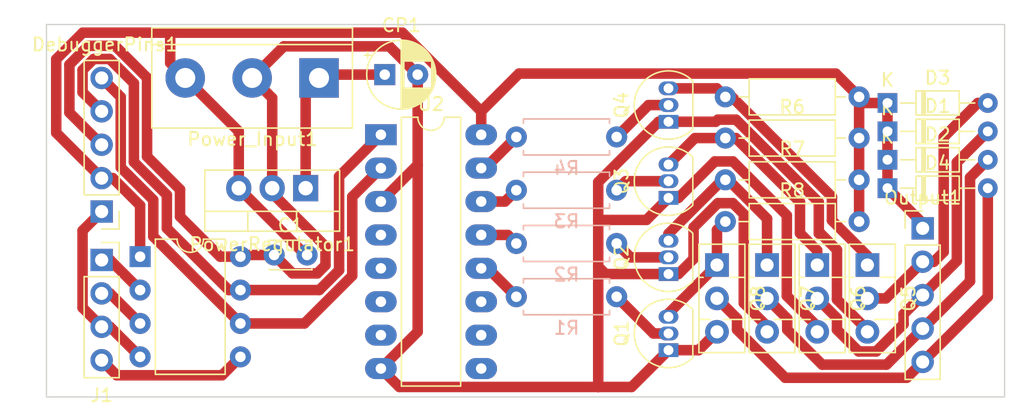
<source format=kicad_pcb>
(kicad_pcb (version 20221018) (generator pcbnew)
  (layers (0 "F.Cu" signal) (31 "B.Cu" signal) (34 "B.Paste" user) (35 "F.Paste" user) (36 "B.SilkS" user "B.Silkscreen") (37 "F.SilkS" user "F.Silkscreen") (38 "B.Mask" user) (39 "F.Mask" user) (44 "Edge.Cuts" user))
  (net 0 "")
  (net 1 "GND")
  (net 2 "+5V")
  (net 3 "Dir")
  (net 4 "Decoder Select 1")
  (net 5 "+12V")
  (net 6 "Net-(Q1-B)")
  (net 7 "Net-(Q2-B)")
  (net 8 "Decoder Select 2")
  (net 9 "RX_UART")
  (net 10 "TX_UART")
  (net 11 "STEP")
  (net 12 "Net-(Q3-B)")
  (net 13 "Net-(Q4-B)")
  (net 14 "Net-(D1-A)")
  (net 15 "Net-(Q1-C)")
  (net 16 "Net-(D3-A)")
  (net 17 "Net-(D4-A)")
  (net 18 "Net-(Q2-C)")
  (net 19 "Net-(Q3-C)")
  (net 20 "Net-(Q4-C)")
  (net 21 "Net-(U2-~{Y3})")
  (net 22 "Net-(U2-~{Y2})")
  (net 23 "Net-(U2-~{Y1})")
  (net 24 "Net-(U2-~{Y0})")
  (net 32 "Net-(D2-A)")
  (footprint "Connector_PinHeader_2.54mm:PinHeader_1x05_P2.54mm_Vertical" (layer "F.Cu") (at 166.243 104.526)
    (fp_text reference "Output1" (at 0 -2.33) (layer "F.SilkS"))
    (fp_text value "Conn_01x05_Female")
    (pad "1" thru_hole rect (at 0 0) (size 1.7 1.7) (drill 1) (layers "*.Cu" "*.Mask") (net 2 "+5V"))
    (pad "2" thru_hole oval (at 0 2.54) (size 1.7 1.7) (drill 1) (layers "*.Cu" "*.Mask") (net 16 "Net-(D3-A)"))
    (pad "3" thru_hole oval (at 0 5.08) (size 1.7 1.7) (drill 1) (layers "*.Cu" "*.Mask") (net 14 "Net-(D1-A)"))
    (pad "4" thru_hole oval (at 0 7.62) (size 1.7 1.7) (drill 1) (layers "*.Cu" "*.Mask") (net 32 "Net-(D2-A)"))
    (pad "5" thru_hole oval (at 0 10.16) (size 1.7 1.7) (drill 1) (layers "*.Cu" "*.Mask") (net 17 "Net-(D4-A)"))
  )
  (footprint "Capacitor_THT:C_Disc_D3.0mm_W2.0mm_P2.50mm" (layer "F.Cu") (at 116.987 106.553)
    (fp_text reference "C1" (at 1.25 -2.25) (layer "F.SilkS"))
    (fp_text value "10nF")
    (pad "1" thru_hole circle (at 0 0) (size 1.6 1.6) (drill 0.8) (layers "*.Cu" "*.Mask") (net 1 "GND"))
    (pad "2" thru_hole circle (at 2.5 0) (size 1.6 1.6) (drill 0.8) (layers "*.Cu" "*.Mask") (net 2 "+5V"))
  )
  (footprint "Diode_THT:D_DO-34_SOD68_P7.62mm_Horizontal" (layer "F.Cu") (at 163.571 99.314)
    (fp_text reference "D2" (at 3.81 -1.92) (layer "F.SilkS"))
    (fp_text value "1N5817")
    (fp_text user "K" (at 0 -1.75) (layer "F.SilkS"))
    (pad "1" thru_hole rect (at 0 0) (size 1.5 1.5) (drill 0.75) (layers "*.Cu" "*.Mask") (net 2 "+5V"))
    (pad "2" thru_hole oval (at 7.62 0) (size 1.5 1.5) (drill 0.75) (layers "*.Cu" "*.Mask") (net 32 "Net-(D2-A)"))
  )
  (footprint "Package_TO_SOT_THT:TO-92_Inline" (layer "F.Cu") (at 146.939 102.212 90)
    (fp_text reference "Q3" (at 1.27 -3.56 90) (layer "F.SilkS"))
    (fp_text value "S8050")
    (pad "1" thru_hole rect (at 0 0 90) (size 1.05 1.5) (drill 0.75) (layers "*.Cu" "*.Mask") (net 1 "GND"))
    (pad "2" thru_hole oval (at 1.27 0 90) (size 1.05 1.5) (drill 0.75) (layers "*.Cu" "*.Mask") (net 12 "Net-(Q3-B)"))
    (pad "3" thru_hole oval (at 2.54 0 90) (size 1.05 1.5) (drill 0.75) (layers "*.Cu" "*.Mask") (net 19 "Net-(Q3-C)"))
  )
  (footprint "Package_TO_SOT_THT:TO-92_Inline" (layer "F.Cu") (at 146.939 113.792 90)
    (fp_text reference "Q1" (at 1.27 -3.56 90) (layer "F.SilkS"))
    (fp_text value "S8050")
    (pad "1" thru_hole rect (at 0 0 90) (size 1.05 1.5) (drill 0.75) (layers "*.Cu" "*.Mask") (net 1 "GND"))
    (pad "2" thru_hole oval (at 1.27 0 90) (size 1.05 1.5) (drill 0.75) (layers "*.Cu" "*.Mask") (net 6 "Net-(Q1-B)"))
    (pad "3" thru_hole oval (at 2.54 0 90) (size 1.05 1.5) (drill 0.75) (layers "*.Cu" "*.Mask") (net 15 "Net-(Q1-C)"))
  )
  (footprint "Diode_THT:D_DO-34_SOD68_P7.62mm_Horizontal" (layer "F.Cu") (at 163.571 94.996)
    (fp_text reference "D3" (at 3.81 -1.92) (layer "F.SilkS"))
    (fp_text value "1N5817")
    (fp_text user "K" (at 0 -1.75) (layer "F.SilkS"))
    (pad "1" thru_hole rect (at 0 0) (size 1.5 1.5) (drill 0.75) (layers "*.Cu" "*.Mask") (net 2 "+5V"))
    (pad "2" thru_hole oval (at 7.62 0) (size 1.5 1.5) (drill 0.75) (layers "*.Cu" "*.Mask") (net 16 "Net-(D3-A)"))
  )
  (footprint "Package_TO_SOT_THT:TO-126-3_Vertical" (layer "F.Cu") (at 154.426 107.315 -90)
    (fp_text reference "Q7" (at 2.54 -3.12 90) (layer "F.SilkS"))
    (fp_text value "BD681")
    (pad "1" thru_hole rect (at 0 0 270) (size 1.8 1.8) (drill 1) (layers "*.Cu" "*.Mask") (net 18 "Net-(Q2-C)"))
    (pad "2" thru_hole oval (at 2.54 0 270) (size 1.8 1.8) (drill 1) (layers "*.Cu" "*.Mask") (net 32 "Net-(D2-A)"))
    (pad "3" thru_hole oval (at 5.08 0 270) (size 1.8 1.8) (drill 1) (layers "*.Cu" "*.Mask") (net 1 "GND"))
  )
  (footprint "Package_DIP:DIP-8_W7.62mm" (layer "F.Cu") (at 106.807 106.68)
    (fp_text reference "PIC12F675" hide)
    (fp_text value "PIC12F675-IP")
    (pad "1" thru_hole rect (at 0 0) (size 1.6 1.6) (drill 0.8) (layers "*.Cu" "*.Mask") (net 2 "+5V"))
    (pad "2" thru_hole oval (at 0 2.54) (size 1.6 1.6) (drill 0.8) (layers "*.Cu" "*.Mask") (net 9 "RX_UART"))
    (pad "3" thru_hole oval (at 0 5.08) (size 1.6 1.6) (drill 0.8) (layers "*.Cu" "*.Mask") (net 10 "TX_UART"))
    (pad "4" thru_hole oval (at 0 7.62) (size 1.6 1.6) (drill 0.8) (layers "*.Cu" "*.Mask") (net 3 "Dir"))
    (pad "5" thru_hole oval (at 7.62 7.62) (size 1.6 1.6) (drill 0.8) (layers "*.Cu" "*.Mask") (net 11 "STEP"))
    (pad "6" thru_hole oval (at 7.62 5.08) (size 1.6 1.6) (drill 0.8) (layers "*.Cu" "*.Mask") (net 8 "Decoder Select 2"))
    (pad "7" thru_hole oval (at 7.62 2.54) (size 1.6 1.6) (drill 0.8) (layers "*.Cu" "*.Mask") (net 4 "Decoder Select 1"))
    (pad "8" thru_hole oval (at 7.62 0) (size 1.6 1.6) (drill 0.8) (layers "*.Cu" "*.Mask") (net 1 "GND"))
  )
  (footprint "Package_TO_SOT_THT:TO-220-3_Vertical" (layer "F.Cu") (at 119.38 101.473 180)
    (fp_text reference "PowerRegulator1" (at 2.54 -4.27) (layer "F.SilkS"))
    (fp_text value "LM7805_TO220")
    (pad "1" thru_hole rect (at 0 0 180) (size 1.905 2) (drill 1.1) (layers "*.Cu" "*.Mask") (net 5 "+12V"))
    (pad "2" thru_hole oval (at 2.54 0 180) (size 1.905 2) (drill 1.1) (layers "*.Cu" "*.Mask") (net 1 "GND"))
    (pad "3" thru_hole oval (at 5.08 0 180) (size 1.905 2) (drill 1.1) (layers "*.Cu" "*.Mask") (net 2 "+5V"))
  )
  (footprint "Package_DIP:DIP-16_W7.62mm_LongPads" (layer "F.Cu") (at 125.095 97.409)
    (fp_text reference "U2" (at 3.81 -2.33) (layer "F.SilkS"))
    (fp_text value "74HC138")
    (pad "1" thru_hole rect (at 0 0) (size 2.4 1.6) (drill 0.8) (layers "*.Cu" "*.Mask") (net 4 "Decoder Select 1"))
    (pad "2" thru_hole oval (at 0 2.54) (size 2.4 1.6) (drill 0.8) (layers "*.Cu" "*.Mask") (net 8 "Decoder Select 2"))
    (pad "3" thru_hole oval (at 0 5.08) (size 2.4 1.6) (drill 0.8) (layers "*.Cu" "*.Mask") (net 1 "GND"))
    (pad "4" thru_hole oval (at 0 7.62) (size 2.4 1.6) (drill 0.8) (layers "*.Cu" "*.Mask"))
    (pad "5" thru_hole oval (at 0 10.16) (size 2.4 1.6) (drill 0.8) (layers "*.Cu" "*.Mask"))
    (pad "6" thru_hole oval (at 0 12.7) (size 2.4 1.6) (drill 0.8) (layers "*.Cu" "*.Mask"))
    (pad "7" thru_hole oval (at 0 15.24) (size 2.4 1.6) (drill 0.8) (layers "*.Cu" "*.Mask"))
    (pad "8" thru_hole oval (at 0 17.78) (size 2.4 1.6) (drill 0.8) (layers "*.Cu" "*.Mask") (net 1 "GND"))
    (pad "9" thru_hole oval (at 7.62 17.78) (size 2.4 1.6) (drill 0.8) (layers "*.Cu" "*.Mask"))
    (pad "10" thru_hole oval (at 7.62 15.24) (size 2.4 1.6) (drill 0.8) (layers "*.Cu" "*.Mask"))
    (pad "11" thru_hole oval (at 7.62 12.7) (size 2.4 1.6) (drill 0.8) (layers "*.Cu" "*.Mask"))
    (pad "12" thru_hole oval (at 7.62 10.16) (size 2.4 1.6) (drill 0.8) (layers "*.Cu" "*.Mask") (net 21 "Net-(U2-~{Y3})"))
    (pad "13" thru_hole oval (at 7.62 7.62) (size 2.4 1.6) (drill 0.8) (layers "*.Cu" "*.Mask") (net 22 "Net-(U2-~{Y2})"))
    (pad "14" thru_hole oval (at 7.62 5.08) (size 2.4 1.6) (drill 0.8) (layers "*.Cu" "*.Mask") (net 23 "Net-(U2-~{Y1})"))
    (pad "15" thru_hole oval (at 7.62 2.54) (size 2.4 1.6) (drill 0.8) (layers "*.Cu" "*.Mask") (net 24 "Net-(U2-~{Y0})"))
    (pad "16" thru_hole oval (at 7.62 0) (size 2.4 1.6) (drill 0.8) (layers "*.Cu" "*.Mask") (net 2 "+5V"))
  )
  (footprint "Resistor_THT:R_Axial_DIN0207_L6.3mm_D2.5mm_P10.16mm_Horizontal" (layer "F.Cu") (at 151.257 100.838)
    (fp_text reference "R7" (at 5.08 -2.37) (layer "F.SilkS"))
    (fp_text value "2k")
    (pad "1" thru_hole circle (at 0 0) (size 1.6 1.6) (drill 0.8) (layers "*.Cu" "*.Mask") (net 18 "Net-(Q2-C)"))
    (pad "2" thru_hole oval (at 10.16 0) (size 1.6 1.6) (drill 0.8) (layers "*.Cu" "*.Mask") (net 2 "+5V"))
  )
  (footprint "Package_TO_SOT_THT:TO-126-3_Vertical" (layer "F.Cu") (at 162.046 107.315 -90)
    (fp_text reference "Q5" (at 2.54 -3.12 90) (layer "F.SilkS"))
    (fp_text value "BD681")
    (pad "1" thru_hole rect (at 0 0 270) (size 1.8 1.8) (drill 1) (layers "*.Cu" "*.Mask") (net 20 "Net-(Q4-C)"))
    (pad "2" thru_hole oval (at 2.54 0 270) (size 1.8 1.8) (drill 1) (layers "*.Cu" "*.Mask") (net 16 "Net-(D3-A)"))
    (pad "3" thru_hole oval (at 5.08 0 270) (size 1.8 1.8) (drill 1) (layers "*.Cu" "*.Mask") (net 1 "GND"))
  )
  (footprint "Diode_THT:D_DO-34_SOD68_P7.62mm_Horizontal" (layer "F.Cu") (at 163.571 97.155)
    (fp_text reference "D1" (at 3.81 -1.92) (layer "F.SilkS"))
    (fp_text value "1N5817")
    (fp_text user "K" (at 0 -1.75) (layer "F.SilkS"))
    (pad "1" thru_hole rect (at 0 0) (size 1.5 1.5) (drill 0.75) (layers "*.Cu" "*.Mask") (net 2 "+5V"))
    (pad "2" thru_hole oval (at 7.62 0) (size 1.5 1.5) (drill 0.75) (layers "*.Cu" "*.Mask") (net 14 "Net-(D1-A)"))
  )
  (footprint "Package_TO_SOT_THT:TO-126-3_Vertical" (layer "F.Cu") (at 150.622 107.315 -90)
    (fp_text reference "Q8" (at 2.54 -3.12 90) (layer "F.SilkS"))
    (fp_text value "BD681")
    (pad "1" thru_hole rect (at 0 0 270) (size 1.8 1.8) (drill 1) (layers "*.Cu" "*.Mask") (net 15 "Net-(Q1-C)"))
    (pad "2" thru_hole oval (at 2.54 0 270) (size 1.8 1.8) (drill 1) (layers "*.Cu" "*.Mask") (net 17 "Net-(D4-A)"))
    (pad "3" thru_hole oval (at 5.08 0 270) (size 1.8 1.8) (drill 1) (layers "*.Cu" "*.Mask") (net 1 "GND"))
  )
  (footprint "Connector_PinHeader_2.54mm:PinHeader_1x05_P2.54mm_Vertical" (layer "F.Cu") (at 103.886 103.251 180)
    (fp_text reference "DebuggerPins1" (at -0.254 12.7) (layer "F.SilkS"))
    (fp_text value "Conn_01x05_Female")
    (pad "1" thru_hole rect (at 0 0 180) (size 1.7 1.7) (drill 1) (layers "*.Cu" "*.Mask") (net 3 "Dir"))
    (pad "2" thru_hole oval (at 0 2.54 180) (size 1.7 1.7) (drill 1) (layers "*.Cu" "*.Mask") (net 2 "+5V"))
    (pad "3" thru_hole oval (at 0 5.08 180) (size 1.7 1.7) (drill 1) (layers "*.Cu" "*.Mask") (net 1 "GND"))
    (pad "4" thru_hole oval (at 0 7.62 180) (size 1.7 1.7) (drill 1) (layers "*.Cu" "*.Mask") (net 4 "Decoder Select 1"))
    (pad "5" thru_hole oval (at 0 10.16 180) (size 1.7 1.7) (drill 1) (layers "*.Cu" "*.Mask") (net 8 "Decoder Select 2"))
  )
  (footprint "Package_TO_SOT_THT:TO-126-3_Vertical" (layer "F.Cu") (at 158.236 107.315 -90)
    (fp_text reference "Q6" (at 2.54 -3.12 90) (layer "F.SilkS"))
    (fp_text value "BD681")
    (pad "1" thru_hole rect (at 0 0 270) (size 1.8 1.8) (drill 1) (layers "*.Cu" "*.Mask") (net 19 "Net-(Q3-C)"))
    (pad "2" thru_hole oval (at 2.54 0 270) (size 1.8 1.8) (drill 1) (layers "*.Cu" "*.Mask") (net 14 "Net-(D1-A)"))
    (pad "3" thru_hole oval (at 5.08 0 270) (size 1.8 1.8) (drill 1) (layers "*.Cu" "*.Mask") (net 1 "GND"))
  )
  (footprint "Diode_THT:D_DO-34_SOD68_P7.62mm_Horizontal" (layer "F.Cu") (at 163.571 101.473)
    (fp_text reference "D4" (at 3.81 -1.92) (layer "F.SilkS"))
    (fp_text value "1N5817")
    (pad "1" thru_hole rect (at 0 0) (size 1.5 1.5) (drill 0.75) (layers "*.Cu" "*.Mask") (net 2 "+5V"))
    (pad "2" thru_hole oval (at 7.62 0) (size 1.5 1.5) (drill 0.75) (layers "*.Cu" "*.Mask") (net 17 "Net-(D4-A)"))
  )
  (footprint "Package_TO_SOT_THT:TO-92_Inline" (layer "F.Cu") (at 146.939 96.422 90)
    (fp_text reference "Q4" (at 1.27 -3.56 90) (layer "F.SilkS"))
    (fp_text value "S8050")
    (pad "1" thru_hole rect (at 0 0 90) (size 1.05 1.5) (drill 0.75) (layers "*.Cu" "*.Mask") (net 1 "GND"))
    (pad "2" thru_hole oval (at 1.27 0 90) (size 1.05 1.5) (drill 0.75) (layers "*.Cu" "*.Mask") (net 13 "Net-(Q4-B)"))
    (pad "3" thru_hole oval (at 2.54 0 90) (size 1.05 1.5) (drill 0.75) (layers "*.Cu" "*.Mask") (net 20 "Net-(Q4-C)"))
  )
  (footprint "Resistor_THT:R_Axial_DIN0207_L6.3mm_D2.5mm_P10.16mm_Horizontal" (layer "F.Cu") (at 151.257 94.53)
    (fp_text reference "R5" hide)
    (fp_text value "2k")
    (pad "1" thru_hole circle (at 0 0) (size 1.6 1.6) (drill 0.8) (layers "*.Cu" "*.Mask") (net 20 "Net-(Q4-C)"))
    (pad "2" thru_hole oval (at 10.16 0) (size 1.6 1.6) (drill 0.8) (layers "*.Cu" "*.Mask") (net 2 "+5V"))
  )
  (footprint "Resistor_THT:R_Axial_DIN0207_L6.3mm_D2.5mm_P10.16mm_Horizontal" (layer "F.Cu") (at 151.257 97.663)
    (fp_text reference "R6" (at 5.08 -2.37) (layer "F.SilkS"))
    (fp_text value "2k")
    (pad "1" thru_hole circle (at 0 0) (size 1.6 1.6) (drill 0.8) (layers "*.Cu" "*.Mask") (net 19 "Net-(Q3-C)"))
    (pad "2" thru_hole oval (at 10.16 0) (size 1.6 1.6) (drill 0.8) (layers "*.Cu" "*.Mask") (net 2 "+5V"))
  )
  (footprint "Resistor_THT:R_Axial_DIN0207_L6.3mm_D2.5mm_P10.16mm_Horizontal" (layer "F.Cu") (at 151.257 104.013)
    (fp_text reference "R8" (at 5.08 -2.37) (layer "F.SilkS"))
    (fp_text value "2k")
    (pad "1" thru_hole circle (at 0 0) (size 1.6 1.6) (drill 0.8) (layers "*.Cu" "*.Mask") (net 15 "Net-(Q1-C)"))
    (pad "2" thru_hole oval (at 10.16 0) (size 1.6 1.6) (drill 0.8) (layers "*.Cu" "*.Mask") (net 2 "+5V"))
  )
  (footprint "TerminalBlock:TerminalBlock_bornier-3_P5.08mm" (layer "F.Cu") (at 120.396 93.091 180)
    (fp_text reference "Power_Input1" (at 5.05 -4.65) (layer "F.SilkS"))
    (fp_text value "Screw_Terminal_01x03")
    (pad "1" thru_hole rect (at 0 0 180) (size 3 3) (drill 1.52) (layers "*.Cu" "*.Mask") (net 5 "+12V"))
    (pad "2" thru_hole circle (at 5.08 0 180) (size 3 3) (drill 1.52) (layers "*.Cu" "*.Mask") (net 1 "GND"))
    (pad "3" thru_hole circle (at 10.16 0 180) (size 3 3) (drill 1.52) (layers "*.Cu" "*.Mask") (net 2 "+5V"))
  )
  (footprint "Connector_PinSocket_2.54mm:PinSocket_1x04_P2.54mm_Vertical" (layer "F.Cu") (at 103.886 106.934)
    (fp_text reference "J1" (at 0 10.287) (layer "F.SilkS"))
    (fp_text value "Conn_01x04_Socket")
    (pad "1" thru_hole rect (at 0 0) (size 1.7 1.7) (drill 1) (layers "*.Cu" "*.Mask") (net 9 "RX_UART"))
    (pad "2" thru_hole oval (at 0 2.54) (size 1.7 1.7) (drill 1) (layers "*.Cu" "*.Mask") (net 10 "TX_UART"))
    (pad "3" thru_hole oval (at 0 5.08) (size 1.7 1.7) (drill 1) (layers "*.Cu" "*.Mask") (net 3 "Dir"))
    (pad "4" thru_hole oval (at 0 7.62) (size 1.7 1.7) (drill 1) (layers "*.Cu" "*.Mask") (net 11 "STEP"))
  )
  (footprint "Package_TO_SOT_THT:TO-92_Inline" (layer "F.Cu") (at 146.939 108.002 90)
    (fp_text reference "Q2" (at 1.27 -3.56 90) (layer "F.SilkS"))
    (fp_text value "S8050")
    (pad "1" thru_hole rect (at 0 0 90) (size 1.05 1.5) (drill 0.75) (layers "*.Cu" "*.Mask") (net 1 "GND"))
    (pad "2" thru_hole oval (at 1.27 0 90) (size 1.05 1.5) (drill 0.75) (layers "*.Cu" "*.Mask") (net 7 "Net-(Q2-B)"))
    (pad "3" thru_hole oval (at 2.54 0 90) (size 1.05 1.5) (drill 0.75) (layers "*.Cu" "*.Mask") (net 18 "Net-(Q2-C)"))
  )
  (footprint "Capacitor_THT:CP_Radial_D5.0mm_P2.50mm" (layer "F.Cu") (at 125.389 92.837)
    (fp_text reference "CP1" (at 1.25 -3.75) (layer "F.SilkS"))
    (fp_text value "C_Polarized")
    (pad "1" thru_hole rect (at 0 0) (size 1.6 1.6) (drill 0.8) (layers "*.Cu" "*.Mask") (net 5 "+12V"))
    (pad "2" thru_hole circle (at 2.5 0) (size 1.6 1.6) (drill 0.8) (layers "*.Cu" "*.Mask") (net 1 "GND"))
  )
  (footprint "Resistor_THT:R_Axial_DIN0207_L6.3mm_D2.5mm_P7.62mm_Horizontal" (layer "B.Cu") (at 135.382 109.728)
    (fp_text reference "R1" (at 3.81 2.37) (layer "B.SilkS") (effects (justify mirror)))
    (fp_text value "1k")
    (pad "1" thru_hole circle (at 0 0) (size 1.6 1.6) (drill 0.8) (layers "*.Cu" "*.Mask") (net 21 "Net-(U2-~{Y3})"))
    (pad "2" thru_hole oval (at 7.62 0) (size 1.6 1.6) (drill 0.8) (layers "*.Cu" "*.Mask") (net 6 "Net-(Q1-B)"))
  )
  (footprint "Resistor_THT:R_Axial_DIN0207_L6.3mm_D2.5mm_P7.62mm_Horizontal" (layer "B.Cu") (at 135.382 97.578)
    (fp_text reference "R4" (at 3.81 2.37) (layer "B.SilkS") (effects (justify mirror)))
    (fp_text value "1k")
    (pad "1" thru_hole circle (at 0 0) (size 1.6 1.6) (drill 0.8) (layers "*.Cu" "*.Mask") (net 24 "Net-(U2-~{Y0})"))
    (pad "2" thru_hole oval (at 7.62 0) (size 1.6 1.6) (drill 0.8) (layers "*.Cu" "*.Mask") (net 13 "Net-(Q4-B)"))
  )
  (footprint "Resistor_THT:R_Axial_DIN0207_L6.3mm_D2.5mm_P7.62mm_Horizontal" (layer "B.Cu") (at 135.382 101.628)
    (fp_text reference "R3" (at 3.81 2.37) (layer "B.SilkS") (effects (justify mirror)))
    (fp_text value "1k")
    (pad "1" thru_hole circle (at 0 0) (size 1.6 1.6) (drill 0.8) (layers "*.Cu" "*.Mask") (net 23 "Net-(U2-~{Y1})"))
    (pad "2" thru_hole oval (at 7.62 0) (size 1.6 1.6) (drill 0.8) (layers "*.Cu" "*.Mask") (net 12 "Net-(Q3-B)"))
  )
  (footprint "Resistor_THT:R_Axial_DIN0207_L6.3mm_D2.5mm_P7.62mm_Horizontal" (layer "B.Cu") (at 135.382 105.678)
    (fp_text reference "R2" (at 3.81 2.37) (layer "B.SilkS") (effects (justify mirror)))
    (fp_text value "1k")
    (pad "1" thru_hole circle (at 0 0) (size 1.6 1.6) (drill 0.8) (layers "*.Cu" "*.Mask") (net 22 "Net-(U2-~{Y2})"))
    (pad "2" thru_hole oval (at 7.62 0) (size 1.6 1.6) (drill 0.8) (layers "*.Cu" "*.Mask") (net 7 "Net-(Q2-B)"))
  )
  (gr_line (start 99.695 89.027) (end 99.695 117.348) (stroke (width 0.1)) (layer "Edge.Cuts"))
  (gr_line (start 172.466 117.348) (end 172.466 89.027) (stroke (width 0.1)) (layer "Edge.Cuts"))
  (gr_line (start 99.695 89.027) (end 172.466 89.027) (stroke (width 0.1)) (layer "Edge.Cuts"))
  (gr_line (start 172.466 117.348) (end 99.695 117.348) (stroke (width 0.1)) (layer "Edge.Cuts"))
  (segment (start 147.689 102.212) (end 146.939 102.212) (width 0.8) (layer "F.Cu") (net 1))
  (segment (start 141.602 101.009) (end 141.602 101.6) (width 0.8) (layer "F.Cu") (net 1))
  (segment (start 127.889 99.695) (end 127.889 112.395) (width 0.8) (layer "F.Cu") (net 1))
  (segment (start 150.525214 96.422) (end 150.684214 96.263) (width 0.8) (layer "F.Cu") (net 1))
  (segment (start 104.903831 90.645655) (end 107.336001 93.077825) (width 0.8) (layer "F.Cu") (net 1))
  (segment (start 117.720393 90.686607) (end 125.738607 90.686607) (width 0.8) (layer "F.Cu") (net 1))
  (segment (start 141.602 101.6) (end 141.602 103.886) (width 0.8) (layer "F.Cu") (net 1))
  (segment (start 155.926 103.534214) (end 151.829786 99.438) (width 0.8) (layer "F.Cu") (net 1))
  (segment (start 101.436 92.077824) (end 102.868168 90.645656) (width 0.8) (layer "F.Cu") (net 1))
  (segment (start 150.463 99.438) (end 147.689 102.212) (width 0.8) (layer "F.Cu") (net 1))
  (segment (start 109.839 101.571358) (end 109.839 103.632) (width 0.8) (layer "F.Cu") (net 1))
  (segment (start 158.485921 104.916393) (end 159.736 106.166472) (width 0.8) (layer "F.Cu") (net 1))
  (segment (start 152.071214 96.263) (end 158.354607 102.546393) (width 0.8) (layer "F.Cu") (net 1))
  (segment (start 145.265 103.886) (end 141.602 103.886) (width 0.8) (layer "F.Cu") (net 1))
  (segment (start 118.387 107.953) (end 120.266 107.953) (width 0.8) (layer "F.Cu") (net 1))
  (segment (start 152.657 103.440214) (end 151.829786 102.613) (width 0.8) (layer "F.Cu") (net 1))
  (segment (start 120.887 105.901) (end 116.84 101.854) (width 0.8) (layer "F.Cu") (net 1))
  (segment (start 141.602 103.886) (end 141.602 107.442) (width 0.8) (layer "F.Cu") (net 1))
  (segment (start 159.736 106.166472) (end 159.736 109.940786) (width 0.8) (layer "F.Cu") (net 1))
  (segment (start 116.84 101.854) (end 116.84 101.473) (width 0.8) (layer "F.Cu") (net 1))
  (segment (start 126.495 116.589) (end 141.605 116.589) (width 0.8) (layer "F.Cu") (net 1))
  (segment (start 116.84 101.473) (end 116.84 94.615) (width 0.8) (layer "F.Cu") (net 1))
  (segment (start 141.605 116.589) (end 144.142 116.589) (width 0.8) (layer "F.Cu") (net 1))
  (segment (start 114.554 106.553) (end 114.427 106.68) (width 0.8) (layer "F.Cu") (net 1))
  (segment (start 125.095 115.189) (end 126.495 116.589) (width 0.8) (layer "F.Cu") (net 1))
  (segment (start 120.266 107.953) (end 120.887 107.332) (width 0.8) (layer "F.Cu") (net 1))
  (segment (start 151.829786 102.613) (end 150.684214 102.613) (width 0.8) (layer "F.Cu") (net 1))
  (segment (start 107.336002 99.06836) (end 109.839 101.571358) (width 0.8) (layer "F.Cu") (net 1))
  (segment (start 116.987 106.553) (end 114.554 106.553) (width 0.8) (layer "F.Cu") (net 1))
  (segment (start 127.889 99.695) (end 125.095 102.489) (width 0.8) (layer "F.Cu") (net 1))
  (segment (start 147.689 108.002) (end 146.939 108.002) (width 0.8) (layer "F.Cu") (net 1))
  (segment (start 146.189 96.422) (end 141.602 101.009) (width 0.8) (layer "F.Cu") (net 1))
  (segment (start 150.684214 102.613) (end 148.844 104.453214) (width 0.8) (layer "F.Cu") (net 1))
  (segment (start 102.868168 90.645656) (end 104.903831 90.645655) (width 0.8) (layer "F.Cu") (net 1))
  (segment (start 116.987 106.553) (end 118.387 107.953) (width 0.8) (layer "F.Cu") (net 1))
  (segment (start 155.926 109.664578) (end 155.926 103.534214) (width 0.8) (layer "F.Cu") (net 1))
  (segment (start 116.84 94.615) (end 115.316 93.091) (width 0.8) (layer "F.Cu") (net 1))
  (segment (start 158.236 112.395) (end 158.236 111.974578) (width 0.8) (layer "F.Cu") (net 1))
  (segment (start 152.657 110.205578) (end 152.657 103.440214) (width 0.8) (layer "F.Cu") (net 1))
  (segment (start 148.844 104.453214) (end 148.844 106.847) (width 0.8) (layer "F.Cu") (net 1))
  (segment (start 146.939 113.792) (end 149.225 113.792) (width 0.8) (layer "F.Cu") (net 1))
  (segment (start 127.889 92.837) (end 127.889 99.695) (width 0.8) (layer "F.Cu") (net 1))
  (segment (start 154.426 112.395) (end 154.426 111.974578) (width 0.8) (layer "F.Cu") (net 1))
  (segment (start 158.354607 104.916393) (end 158.485921 104.916393) (width 0.8) (layer "F.Cu") (net 1))
  (segment (start 112.887 106.68) (end 114.427 106.68) (width 0.8) (layer "F.Cu") (net 1))
  (segment (start 162.046 112.250786) (end 162.046 112.395) (width 0.8) (layer "F.Cu") (net 1))
  (segment (start 144.142 116.589) (end 146.939 113.792) (width 0.8) (layer "F.Cu") (net 1))
  (segment (start 142.162 108.002) (end 141.602 107.442) (width 0.8) (layer "F.Cu") (net 1))
  (segment (start 146.939 108.002) (end 142.162 108.002) (width 0.8) (layer "F.Cu") (net 1))
  (segment (start 101.436 95.721) (end 101.436 92.077824) (width 0.8) (layer "F.Cu") (net 1))
  (segment (start 141.602 107.442) (end 141.602 116.586) (width 0.8) (layer "F.Cu") (net 1))
  (segment (start 158.236 111.974578) (end 155.926 109.664578) (width 0.8) (layer "F.Cu") (net 1))
  (segment (start 125.738607 90.686607) (end 127.889 92.837) (width 0.8) (layer "F.Cu") (net 1))
  (segment (start 146.939 96.422) (end 150.525214 96.422) (width 0.8) (layer "F.Cu") (net 1))
  (segment (start 115.316 93.091) (end 117.720393 90.686607) (width 0.8) (layer "F.Cu") (net 1))
  (segment (start 150.684214 96.263) (end 152.071214 96.263) (width 0.8) (layer "F.Cu") (net 1))
  (segment (start 109.839 103.632) (end 112.887 106.68) (width 0.8) (layer "F.Cu") (net 1))
  (segment (start 154.426 111.974578) (end 152.657 110.205578) (width 0.8) (layer "F.Cu") (net 1))
  (segment (start 141.602 116.586) (end 141.605 116.589) (width 0.8) (layer "F.Cu") (net 1))
  (segment (start 127.889 112.395) (end 125.095 115.189) (width 0.8) (layer "F.Cu") (net 1))
  (segment (start 146.939 96.422) (end 146.189 96.422) (width 0.8) (layer "F.Cu") (net 1))
  (segment (start 158.354607 102.546393) (end 158.354607 104.916393) (width 0.8) (layer "F.Cu") (net 1))
  (segment (start 146.939 102.212) (end 145.265 103.886) (width 0.8) (layer "F.Cu") (net 1))
  (segment (start 149.225 113.792) (end 150.622 112.395) (width 0.8) (layer "F.Cu") (net 1))
  (segment (start 120.887 107.332) (end 120.887 105.901) (width 0.8) (layer "F.Cu") (net 1))
  (segment (start 159.736 109.940786) (end 162.046 112.250786) (width 0.8) (layer "F.Cu") (net 1))
  (segment (start 151.829786 99.438) (end 150.463 99.438) (width 0.8) (layer "F.Cu") (net 1))
  (segment (start 107.336001 93.077825) (end 107.336002 99.06836) (width 0.8) (layer "F.Cu") (net 1))
  (segment (start 148.844 106.847) (end 147.689 108.002) (width 0.8) (layer "F.Cu") (net 1))
  (segment (start 103.886 98.171) (end 101.436 95.721) (width 0.8) (layer "F.Cu") (net 1))
  (segment (start 166.243 104.145) (end 163.571 101.473) (width 0.8) (layer "F.Cu") (net 2))
  (segment (start 163.571 94.996) (end 161.883 94.996) (width 0.8) (layer "F.Cu") (net 2))
  (segment (start 114.3 97.155) (end 110.236 93.091) (width 0.8) (layer "F.Cu") (net 2))
  (segment (start 159.644 92.757) (end 161.417 94.53) (width 0.8) (layer "F.Cu") (net 2))
  (segment (start 106.807 102.782) (end 104.736 100.711) (width 0.8) (layer "F.Cu") (net 2))
  (segment (start 163.571 101.473) (end 163.571 94.996) (width 0.8) (layer "F.Cu") (net 2))
  (segment (start 100.436 97.261) (end 100.435999 91.663611) (width 0.8) (layer "F.Cu") (net 2))
  (segment (start 106.807 106.68) (end 106.807 102.782) (width 0.8) (layer "F.Cu") (net 2))
  (segment (start 100.435999 91.663611) (end 102.453954 89.645656) (width 0.8) (layer "F.Cu") (net 2))
  (segment (start 119.38 106.553) (end 114.3 101.473) (width 0.8) (layer "F.Cu") (net 2))
  (segment (start 110.236 93.091) (end 109.093 91.948) (width 0.8) (layer "F.Cu") (net 2))
  (segment (start 109.093 89.645656) (end 126.729656 89.645656) (width 0.8) (layer "F.Cu") (net 2))
  (segment (start 135.589 92.757) (end 159.644 92.757) (width 0.8) (layer "F.Cu") (net 2))
  (segment (start 132.715 95.631) (end 135.589 92.757) (width 0.8) (layer "F.Cu") (net 2))
  (segment (start 161.883 94.996) (end 161.417 94.53) (width 0.8) (layer "F.Cu") (net 2))
  (segment (start 104.736 100.711) (end 103.886 100.711) (width 0.8) (layer "F.Cu") (net 2))
  (segment (start 102.453954 89.645656) (end 109.093 89.645656) (width 0.8) (layer "F.Cu") (net 2))
  (segment (start 161.417 104.013) (end 161.417 94.53) (width 0.8) (layer "F.Cu") (net 2))
  (segment (start 103.886 100.711) (end 100.436 97.261) (width 0.8) (layer "F.Cu") (net 2))
  (segment (start 119.487 106.553) (end 119.38 106.553) (width 0.8) (layer "F.Cu") (net 2))
  (segment (start 132.715 95.631) (end 132.715 97.409) (width 0.8) (layer "F.Cu") (net 2))
  (segment (start 109.093 91.948) (end 109.093 89.645656) (width 0.8) (layer "F.Cu") (net 2))
  (segment (start 166.243 104.526) (end 166.243 104.145) (width 0.8) (layer "F.Cu") (net 2))
  (segment (start 114.3 101.473) (end 114.3 97.155) (width 0.8) (layer "F.Cu") (net 2))
  (segment (start 126.729656 89.645656) (end 132.715 95.631) (width 0.8) (layer "F.Cu") (net 2))
  (segment (start 104.521 112.014) (end 106.807 114.3) (width 0.8) (layer "F.Cu") (net 3))
  (segment (start 103.886 103.251) (end 102.436 104.701) (width 0.8) (layer "F.Cu") (net 3))
  (segment (start 102.436 104.701) (end 102.436 110.564) (width 0.8) (layer "F.Cu") (net 3))
  (segment (start 102.436 110.564) (end 103.886 112.014) (width 0.8) (layer "F.Cu") (net 3))
  (segment (start 103.886 112.014) (end 104.521 112.014) (width 0.8) (layer "F.Cu") (net 3))
  (segment (start 102.436 92.492038) (end 103.282382 91.645656) (width 0.8) (layer "F.Cu") (net 4))
  (segment (start 104.489618 91.645656) (end 106.336001 93.492039) (width 0.8) (layer "F.Cu") (net 4))
  (segment (start 113.538 109.22) (end 114.427 109.22) (width 0.8) (layer "F.Cu") (net 4))
  (segment (start 108.839 104.521) (end 113.538 109.22) (width 0.8) (layer "F.Cu") (net 4))
  (segment (start 121.92 100.584) (end 125.095 97.409) (width 0.8) (layer "F.Cu") (net 4))
  (segment (start 114.427 109.22) (end 120.413214 109.22) (width 0.8) (layer "F.Cu") (net 4))
  (segment (start 106.336001 99.482573) (end 108.839 101.985572) (width 0.8) (layer "F.Cu") (net 4))
  (segment (start 120.413214 109.22) (end 121.92 107.713214) (width 0.8) (layer "F.Cu") (net 4))
  (segment (start 102.436 94.181) (end 102.436 92.492038) (width 0.8) (layer "F.Cu") (net 4))
  (segment (start 103.886 95.631) (end 102.436 94.181) (width 0.8) (layer "F.Cu") (net 4))
  (segment (start 103.282382 91.645656) (end 104.489618 91.645656) (width 0.8) (layer "F.Cu") (net 4))
  (segment (start 106.336001 93.492039) (end 106.336001 99.482573) (width 0.8) (layer "F.Cu") (net 4))
  (segment (start 121.92 107.713214) (end 121.92 100.584) (width 0.8) (layer "F.Cu") (net 4))
  (segment (start 108.839 101.985572) (end 108.839 104.521) (width 0.8) (layer "F.Cu") (net 4))
  (segment (start 125.389 92.837) (end 120.65 92.837) (width 0.8) (layer "F.Cu") (net 5))
  (segment (start 119.38 101.473) (end 119.38 94.107) (width 0.8) (layer "F.Cu") (net 5))
  (segment (start 119.38 94.107) (end 120.396 93.091) (width 0.8) (layer "F.Cu") (net 5))
  (segment (start 120.65 92.837) (end 120.396 93.091) (width 0.8) (layer "F.Cu") (net 5))
  (segment (start 146.939 112.522) (end 145.796 112.522) (width 0.8) (layer "F.Cu") (net 6))
  (segment (start 145.796 112.522) (end 143.002 109.728) (width 0.8) (layer "F.Cu") (net 6))
  (segment (start 144.056 106.732) (end 143.002 105.678) (width 0.8) (layer "F.Cu") (net 7))
  (segment (start 146.939 106.732) (end 144.056 106.732) (width 0.8) (layer "F.Cu") (net 7))
  (segment (start 105.336 94.541) (end 105.336 99.896786) (width 0.8) (layer "F.Cu") (net 8))
  (segment (start 122.92 108.127428) (end 122.92 102.124) (width 0.8) (layer "F.Cu") (net 8))
  (segment (start 107.807 105.14) (end 114.427 111.76) (width 0.8) (layer "F.Cu") (net 8))
  (segment (start 122.92 102.124) (end 125.095 99.949) (width 0.8) (layer "F.Cu") (net 8))
  (segment (start 119.287428 111.76) (end 122.92 108.127428) (width 0.8) (layer "F.Cu") (net 8))
  (segment (start 103.886 93.091) (end 105.336 94.541) (width 0.8) (layer "F.Cu") (net 8))
  (segment (start 107.807001 102.367787) (end 107.807 105.14) (width 0.8) (layer "F.Cu") (net 8))
  (segment (start 114.427 111.76) (end 119.287428 111.76) (width 0.8) (layer "F.Cu") (net 8))
  (segment (start 105.336 99.896786) (end 107.807001 102.367787) (width 0.8) (layer "F.Cu") (net 8))
  (segment (start 103.886 106.934) (end 104.521 106.934) (width 0.8) (layer "F.Cu") (net 9))
  (segment (start 104.521 106.934) (end 106.807 109.22) (width 0.8) (layer "F.Cu") (net 9))
  (segment (start 103.886 109.474) (end 104.521 109.474) (width 0.8) (layer "F.Cu") (net 10))
  (segment (start 104.521 109.474) (end 106.807 111.76) (width 0.8) (layer "F.Cu") (net 10))
  (segment (start 113.027 115.7) (end 114.427 114.3) (width 0.8) (layer "F.Cu") (net 11))
  (segment (start 103.886 114.554) (end 105.032 115.7) (width 0.8) (layer "F.Cu") (net 11))
  (segment (start 105.032 115.7) (end 113.027 115.7) (width 0.8) (layer "F.Cu") (net 11))
  (segment (start 143.688 100.942) (end 143.002 101.628) (width 0.8) (layer "F.Cu") (net 12))
  (segment (start 146.939 100.942) (end 143.688 100.942) (width 0.8) (layer "F.Cu") (net 12))
  (segment (start 146.939 95.152) (end 145.428 95.152) (width 0.8) (layer "F.Cu") (net 13))
  (segment (start 145.428 95.152) (end 143.002 97.578) (width 0.8) (layer "F.Cu") (net 13))
  (segment (start 159.736 111.355) (end 158.236 109.855) (width 0.8) (layer "F.Cu") (net 14))
  (segment (start 164.793 111.813) (end 162.71593 113.89007) (width 0.8) (layer "F.Cu") (net 14))
  (segment (start 159.736 112.238) (end 159.736 111.355) (width 0.8) (layer "F.Cu") (net 14))
  (segment (start 168.841 99.505) (end 171.191 97.155) (width 0.8) (layer "F.Cu") (net 14))
  (segment (start 161.38807 113.89007) (end 159.736 112.238) (width 0.8) (layer "F.Cu") (net 14))
  (segment (start 162.71593 113.89007) (end 161.38807 113.89007) (width 0.8) (layer "F.Cu") (net 14))
  (segment (start 166.243 109.606) (end 168.841 107.008) (width 0.8) (layer "F.Cu") (net 14))
  (segment (start 168.841 107.008) (end 168.841 99.505) (width 0.8) (layer "F.Cu") (net 14))
  (segment (start 164.793 111.056) (end 164.793 111.813) (width 0.8) (layer "F.Cu") (net 14))
  (segment (start 166.243 109.606) (end 164.793 111.056) (width 0.8) (layer "F.Cu") (net 14))
  (segment (start 150.622 104.648) (end 151.257 104.013) (width 0.8) (layer "F.Cu") (net 15))
  (segment (start 146.939 110.998) (end 150.622 107.315) (width 0.8) (layer "F.Cu") (net 15))
  (segment (start 146.939 111.252) (end 146.939 110.998) (width 0.8) (layer "F.Cu") (net 15))
  (segment (start 150.622 107.315) (end 150.622 104.648) (width 0.8) (layer "F.Cu") (net 15))
  (segment (start 167.093 107.066) (end 167.841 106.318) (width 0.8) (layer "F.Cu") (net 16))
  (segment (start 167.841 106.318) (end 167.841 97.589) (width 0.8) (layer "F.Cu") (net 16))
  (segment (start 166.243 107.066) (end 167.093 107.066) (width 0.8) (layer "F.Cu") (net 16))
  (segment (start 163.454 109.855) (end 166.243 107.066) (width 0.8) (layer "F.Cu") (net 16))
  (segment (start 170.434 94.996) (end 171.191 94.996) (width 0.8) (layer "F.Cu") (net 16))
  (segment (start 162.046 109.855) (end 163.454 109.855) (width 0.8) (layer "F.Cu") (net 16))
  (segment (start 167.841 97.589) (end 170.434 94.996) (width 0.8) (layer "F.Cu") (net 16))
  (segment (start 152.146 112.234578) (end 152.146 111.379) (width 0.8) (layer "F.Cu") (net 17))
  (segment (start 152.146 111.379) (end 150.622 109.855) (width 0.8) (layer "F.Cu") (net 17))
  (segment (start 171.191 101.473) (end 171.191 109.738) (width 0.8) (layer "F.Cu") (net 17))
  (segment (start 165.03893 115.89007) (end 155.801492 115.89007) (width 0.8) (layer "F.Cu") (net 17))
  (segment (start 166.243 114.686) (end 165.03893 115.89007) (width 0.8) (layer "F.Cu") (net 17))
  (segment (start 155.801492 115.89007) (end 152.146 112.234578) (width 0.8) (layer "F.Cu") (net 17))
  (segment (start 171.191 109.738) (end 166.243 114.686) (width 0.8) (layer "F.Cu") (net 17))
  (segment (start 154.426 103.795) (end 154.426 107.315) (width 0.8) (layer "F.Cu") (net 18))
  (segment (start 151.257 100.838) (end 151.469 100.838) (width 0.8) (layer "F.Cu") (net 18))
  (segment (start 151.469 100.838) (end 154.426 103.795) (width 0.8) (layer "F.Cu") (net 18))
  (segment (start 146.939 104.937) (end 151.038 100.838) (width 0.8) (layer "F.Cu") (net 18))
  (segment (start 151.038 100.838) (end 151.257 100.838) (width 0.8) (layer "F.Cu") (net 18))
  (segment (start 146.939 105.462) (end 146.939 104.937) (width 0.8) (layer "F.Cu") (net 18))
  (segment (start 152.057 97.663) (end 151.257 97.663) (width 0.8) (layer "F.Cu") (net 19))
  (segment (start 158.236 107.315) (end 158.236 106.212) (width 0.8) (layer "F.Cu") (net 19))
  (segment (start 146.939 99.672) (end 148.948 97.663) (width 0.8) (layer "F.Cu") (net 19))
  (segment (start 156.926 102.532) (end 152.057 97.663) (width 0.8) (layer "F.Cu") (net 19))
  (segment (start 158.236 106.212) (end 156.926 104.902) (width 0.8) (layer "F.Cu") (net 19))
  (segment (start 156.926 104.902) (end 156.926 102.532) (width 0.8) (layer "F.Cu") (net 19))
  (segment (start 148.948 97.663) (end 151.257 97.663) (width 0.8) (layer "F.Cu") (net 19))
  (segment (start 150.609 93.882) (end 151.257 94.53) (width 0.8) (layer "F.Cu") (net 20))
  (segment (start 151.752428 94.53) (end 151.257 94.53) (width 0.8) (layer "F.Cu") (net 20))
  (segment (start 159.354607 103.923393) (end 159.354608 102.13218) (width 0.8) (layer "F.Cu") (net 20))
  (segment (start 146.939 93.882) (end 150.609 93.882) (width 0.8) (layer "F.Cu") (net 20))
  (segment (start 159.354608 102.13218) (end 151.752428 94.53) (width 0.8) (layer "F.Cu") (net 20))
  (segment (start 162.046 106.614786) (end 159.354607 103.923393) (width 0.8) (layer "F.Cu") (net 20))
  (segment (start 162.046 107.315) (end 162.046 106.614786) (width 0.8) (layer "F.Cu") (net 20))
  (segment (start 133.223 107.569) (end 135.382 109.728) (width 0.8) (layer "F.Cu") (net 21))
  (segment (start 132.715 107.569) (end 133.223 107.569) (width 0.8) (layer "F.Cu") (net 21))
  (segment (start 132.715 105.029) (end 134.733 105.029) (width 0.8) (layer "F.Cu") (net 22))
  (segment (start 134.733 105.029) (end 135.382 105.678) (width 0.8) (layer "F.Cu") (net 22))
  (segment (start 132.715 102.489) (end 134.521 102.489) (width 0.8) (layer "F.Cu") (net 23))
  (segment (start 134.521 102.489) (end 135.382 101.628) (width 0.8) (layer "F.Cu") (net 23))
  (segment (start 133.011 99.949) (end 135.382 97.578) (width 0.8) (layer "F.Cu") (net 24))
  (segment (start 132.715 99.949) (end 133.011 99.949) (width 0.8) (layer "F.Cu") (net 24))
  (segment (start 169.841 108.548) (end 166.243 112.146) (width 0.8) (layer "F.Cu") (net 32))
  (segment (start 158.611492 114.89007) (end 155.956 112.234578) (width 0.8) (layer "F.Cu") (net 32))
  (segment (start 163.49893 114.89007) (end 158.611492 114.89007) (width 0.8) (layer "F.Cu") (net 32))
  (segment (start 155.956 111.385) (end 154.426 109.855) (width 0.8) (layer "F.Cu") (net 32))
  (segment (start 171.191 99.314) (end 169.841 100.664) (width 0.8) (layer "F.Cu") (net 32))
  (segment (start 155.956 112.234578) (end 155.956 111.385) (width 0.8) (layer "F.Cu") (net 32))
  (segment (start 169.841 100.664) (end 169.841 108.548) (width 0.8) (layer "F.Cu") (net 32))
  (segment (start 166.243 112.146) (end 163.49893 114.89007) (width 0.8) (layer "F.Cu") (net 32))
)
</source>
